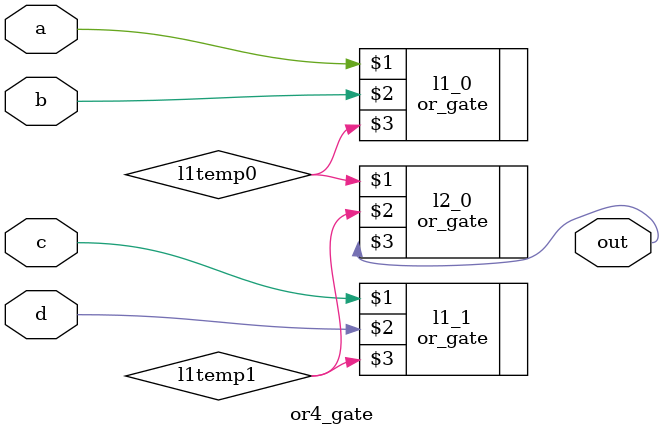
<source format=v>
`timescale 1ns/10ps

`include "lib/or_gate.v"

module or4_gate(a, b, c, d, out);

	//inuts
	input a, b, c, d;

	//output
	output out;

	//wires
	wire l1temp0, l1temp1;

  	or_gate l1_0(a, b, l1temp0);
		or_gate l1_1(c, d, l1temp1);

  	or_gate l2_0(l1temp0, l1temp1, out);

endmodule
</source>
